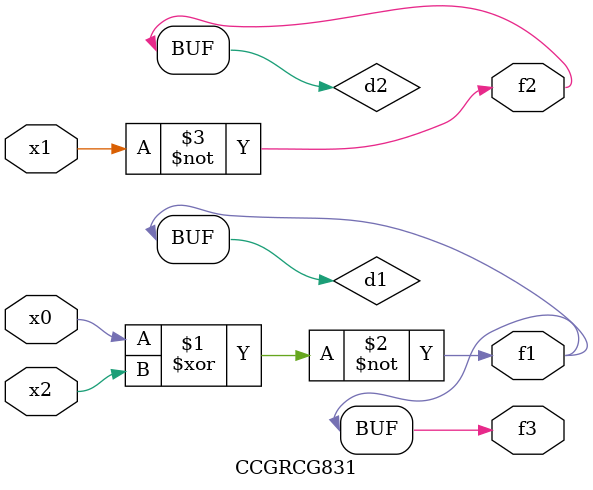
<source format=v>
module CCGRCG831(
	input x0, x1, x2,
	output f1, f2, f3
);

	wire d1, d2, d3;

	xnor (d1, x0, x2);
	nand (d2, x1);
	nor (d3, x1, x2);
	assign f1 = d1;
	assign f2 = d2;
	assign f3 = d1;
endmodule

</source>
